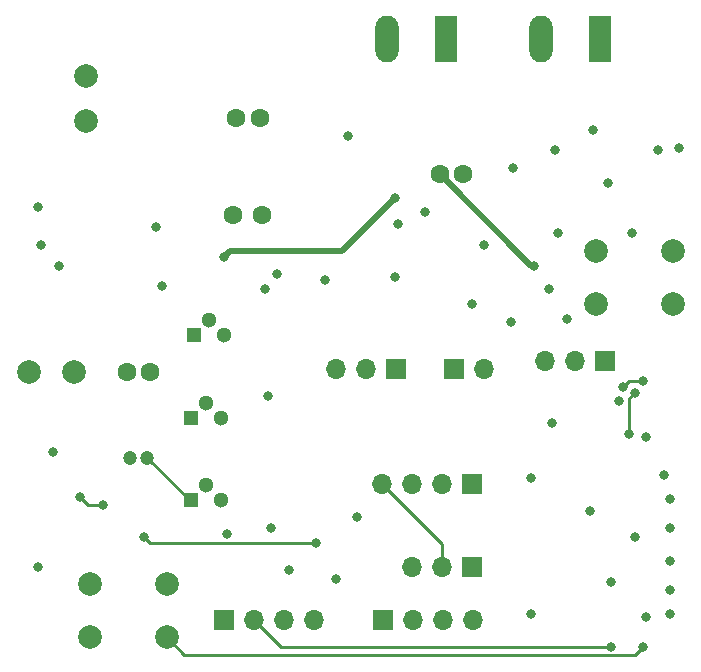
<source format=gbl>
%TF.GenerationSoftware,KiCad,Pcbnew,(6.0.9)*%
%TF.CreationDate,2023-05-01T22:34:01-06:00*%
%TF.ProjectId,WeatherStation,57656174-6865-4725-9374-6174696f6e2e,rev?*%
%TF.SameCoordinates,Original*%
%TF.FileFunction,Copper,L4,Bot*%
%TF.FilePolarity,Positive*%
%FSLAX46Y46*%
G04 Gerber Fmt 4.6, Leading zero omitted, Abs format (unit mm)*
G04 Created by KiCad (PCBNEW (6.0.9)) date 2023-05-01 22:34:01*
%MOMM*%
%LPD*%
G01*
G04 APERTURE LIST*
%TA.AperFunction,ComponentPad*%
%ADD10C,1.600000*%
%TD*%
%TA.AperFunction,ComponentPad*%
%ADD11R,1.300000X1.300000*%
%TD*%
%TA.AperFunction,ComponentPad*%
%ADD12C,1.300000*%
%TD*%
%TA.AperFunction,ComponentPad*%
%ADD13C,1.200000*%
%TD*%
%TA.AperFunction,ComponentPad*%
%ADD14R,1.700000X1.700000*%
%TD*%
%TA.AperFunction,ComponentPad*%
%ADD15O,1.700000X1.700000*%
%TD*%
%TA.AperFunction,ComponentPad*%
%ADD16C,2.000000*%
%TD*%
%TA.AperFunction,ComponentPad*%
%ADD17R,1.980000X3.960000*%
%TD*%
%TA.AperFunction,ComponentPad*%
%ADD18O,1.980000X3.960000*%
%TD*%
%TA.AperFunction,ViaPad*%
%ADD19C,0.800000*%
%TD*%
%TA.AperFunction,Conductor*%
%ADD20C,0.250000*%
%TD*%
%TA.AperFunction,Conductor*%
%ADD21C,0.500000*%
%TD*%
G04 APERTURE END LIST*
D10*
%TO.P,C14,1*%
%TO.N,Wind 12V*%
X151250000Y-100000000D03*
%TO.P,C14,2*%
%TO.N,GND*%
X153750000Y-100000000D03*
%TD*%
D11*
%TO.P,Q2,1,C*%
%TO.N,Main Gnd*%
X147730000Y-124110000D03*
D12*
%TO.P,Q2,2,B*%
%TO.N,Net-(Q2-Pad2)*%
X149000000Y-122840000D03*
%TO.P,Q2,3,E*%
%TO.N,GND*%
X150270000Y-124110000D03*
%TD*%
D11*
%TO.P,Q3,1,C*%
%TO.N,VDDraw*%
X147980000Y-110110000D03*
D12*
%TO.P,Q3,2,B*%
%TO.N,Net-(Q3-Pad2)*%
X149250000Y-108840000D03*
%TO.P,Q3,3,E*%
%TO.N,Wind Pow*%
X150520000Y-110110000D03*
%TD*%
D13*
%TO.P,C15,1*%
%TO.N,Main 5V*%
X142500000Y-120500000D03*
%TO.P,C15,2*%
%TO.N,Main Gnd*%
X144000000Y-120500000D03*
%TD*%
D14*
%TO.P,Air1,1,Pin_1*%
%TO.N,PPM RX*%
X171500000Y-129750000D03*
D15*
%TO.P,Air1,2,Pin_2*%
%TO.N,Main 5V*%
X168960000Y-129750000D03*
%TO.P,Air1,3,Pin_3*%
%TO.N,Main Gnd*%
X166420000Y-129750000D03*
%TD*%
D16*
%TO.P,L1,1,1*%
%TO.N,Net-(L1-Pad1)*%
X138799250Y-88200000D03*
%TO.P,L1,2,2*%
%TO.N,Net-(D6-Pad2)*%
X138799250Y-92010000D03*
%TD*%
D14*
%TO.P,UV1,1,Pin_1*%
%TO.N,UV*%
X182775000Y-112350000D03*
D15*
%TO.P,UV1,2,Pin_2*%
%TO.N,GND*%
X180235000Y-112350000D03*
%TO.P,UV1,3,Pin_3*%
%TO.N,UV Power*%
X177695000Y-112350000D03*
%TD*%
D16*
%TO.P,Program1,1,A*%
%TO.N,Net-(C11-Pad1)*%
X188500000Y-107500000D03*
X182000000Y-107500000D03*
%TO.P,Program1,2,B*%
%TO.N,GND*%
X182000000Y-103000000D03*
X188500000Y-103000000D03*
%TD*%
%TO.P,L2,1,1*%
%TO.N,Net-(L2-Pad1)*%
X137750000Y-113250000D03*
%TO.P,L2,2,2*%
%TO.N,Net-(D7-Pad2)*%
X133940000Y-113250000D03*
%TD*%
D10*
%TO.P,C13,1*%
%TO.N,Wind Pow*%
X151500000Y-91750000D03*
%TO.P,C13,2*%
%TO.N,GND*%
X153500000Y-91750000D03*
%TD*%
%TO.P,C18,1*%
%TO.N,VDDraw*%
X142250000Y-113250000D03*
%TO.P,C18,2*%
%TO.N,Main Gnd*%
X144250000Y-113250000D03*
%TD*%
D11*
%TO.P,Q1,1,E*%
%TO.N,GND*%
X147730000Y-117110000D03*
D12*
%TO.P,Q1,2,C*%
%TO.N,Net-(Q1-Pad2)*%
X149000000Y-115840000D03*
%TO.P,Q1,3,B*%
%TO.N,Net-(Q1-Pad3)*%
X150270000Y-117110000D03*
%TD*%
D17*
%TO.P,SolarIn1,1,Pin_1*%
%TO.N,GND*%
X182365000Y-85050000D03*
D18*
%TO.P,SolarIn1,2,Pin_2*%
%TO.N,Net-(C4-Pad2)*%
X177365000Y-85050000D03*
%TD*%
D17*
%TO.P,Bat1,1,Pin_1*%
%TO.N,GND*%
X169300000Y-85050000D03*
D18*
%TO.P,Bat1,2,Pin_2*%
%TO.N,Vbat*%
X164300000Y-85050000D03*
%TD*%
D14*
%TO.P,Ultra1,1,Pin_1*%
%TO.N,Trig*%
X171500000Y-122750000D03*
D15*
%TO.P,Ultra1,2,Pin_2*%
%TO.N,Echo High*%
X168960000Y-122750000D03*
%TO.P,Ultra1,3,Pin_3*%
%TO.N,Main Gnd*%
X166420000Y-122750000D03*
%TO.P,Ultra1,4,Pin_4*%
%TO.N,Main 5V*%
X163880000Y-122750000D03*
%TD*%
D14*
%TO.P,Wind_Sen1,1,Pin_1*%
%TO.N,Wind*%
X165025000Y-113000000D03*
D15*
%TO.P,Wind_Sen1,2,Pin_2*%
%TO.N,Wind 12V*%
X162485000Y-113000000D03*
%TO.P,Wind_Sen1,3,Pin_3*%
%TO.N,GND*%
X159945000Y-113000000D03*
%TD*%
D16*
%TO.P,Rst1,1,A*%
%TO.N,Net-(C1-Pad2)*%
X139130000Y-135690000D03*
X145630000Y-135690000D03*
%TO.P,Rst1,2,B*%
%TO.N,GND*%
X139130000Y-131190000D03*
X145630000Y-131190000D03*
%TD*%
D14*
%TO.P,JTAG1,1,Pin_1*%
%TO.N,/TMS*%
X163950000Y-134250000D03*
D15*
%TO.P,JTAG1,2,Pin_2*%
%TO.N,/TDI*%
X166490000Y-134250000D03*
%TO.P,JTAG1,3,Pin_3*%
%TO.N,/TDO*%
X169030000Y-134250000D03*
%TO.P,JTAG1,4,Pin_4*%
%TO.N,/TCK*%
X171570000Y-134250000D03*
%TD*%
D14*
%TO.P,UART1,1,Pin_1*%
%TO.N,GND*%
X150500000Y-134250000D03*
D15*
%TO.P,UART1,2,Pin_2*%
%TO.N,/TX*%
X153040000Y-134250000D03*
%TO.P,UART1,3,Pin_3*%
%TO.N,/RX*%
X155580000Y-134250000D03*
%TO.P,UART1,4,Pin_4*%
%TO.N,VDD3.3*%
X158120000Y-134250000D03*
%TD*%
D14*
%TO.P,Rain1,1,Pin_1*%
%TO.N,Rain*%
X169975000Y-113000000D03*
D15*
%TO.P,Rain1,2,Pin_2*%
%TO.N,GND*%
X172515000Y-113000000D03*
%TD*%
D10*
%TO.P,C9,1*%
%TO.N,VDDraw*%
X168750000Y-96500000D03*
%TO.P,C9,2*%
%TO.N,GND*%
X170750000Y-96500000D03*
%TD*%
D19*
%TO.N,GND*%
X159000000Y-105500000D03*
X185250000Y-127250000D03*
X154250000Y-115250000D03*
X188250000Y-124000000D03*
X178500000Y-94500000D03*
X186250000Y-134000000D03*
X135000000Y-102500000D03*
X179500000Y-108750000D03*
X171500000Y-107500000D03*
X188250000Y-129250000D03*
X165250000Y-100750000D03*
X176500000Y-122250000D03*
X134750000Y-99250000D03*
X187750000Y-122000000D03*
X154000000Y-106250000D03*
X134750000Y-129742500D03*
X188250000Y-133750000D03*
X161000000Y-93250000D03*
X185000000Y-101500000D03*
X176500000Y-133750000D03*
X183000000Y-97250000D03*
X178750000Y-101500000D03*
X181500000Y-125000000D03*
X189000000Y-94250000D03*
X178289552Y-117539552D03*
X161750000Y-125500000D03*
X183250000Y-131000000D03*
X188250000Y-126500000D03*
X183941806Y-115691806D03*
X136500000Y-104250000D03*
X178000000Y-106250000D03*
X188250000Y-131750000D03*
%TO.N,Net-(C1-Pad2)*%
X186000000Y-136500000D03*
%TO.N,VDD3.3*%
X156000000Y-130000000D03*
X154500000Y-126500000D03*
X160000000Y-130750000D03*
X174750000Y-109000000D03*
X186250000Y-118750000D03*
%TO.N,Vbat*%
X187250000Y-94500000D03*
X165000000Y-105250000D03*
X167500000Y-99750000D03*
X181750000Y-92750000D03*
X172500000Y-102500000D03*
X175000000Y-96000000D03*
%TO.N,VDDraw*%
X150500000Y-103500000D03*
X164950000Y-98550000D03*
X176750000Y-104250000D03*
%TO.N,/TX*%
X183250000Y-136500000D03*
%TO.N,Battery*%
X185250000Y-115000000D03*
X184750000Y-118500000D03*
%TO.N,Main Gnd*%
X150750000Y-127000000D03*
%TO.N,BME Power*%
X185924500Y-114000000D03*
X184250000Y-114500000D03*
%TO.N,Wind Pow*%
X145250000Y-106000000D03*
%TO.N,Wind 12V*%
X155000000Y-105000000D03*
X144750000Y-101000000D03*
%TO.N,Main 5V*%
X136000000Y-120000000D03*
X158250000Y-127750000D03*
X143750000Y-127250000D03*
%TO.N,Net-(R35-Pad2)*%
X140250000Y-124500000D03*
X138337500Y-123837500D03*
%TD*%
D20*
%TO.N,Net-(C1-Pad2)*%
X186000000Y-136500000D02*
X185325000Y-137175000D01*
X147115000Y-137175000D02*
X145630000Y-135690000D01*
X185325000Y-137175000D02*
X147115000Y-137175000D01*
D21*
%TO.N,VDDraw*%
X176500000Y-104250000D02*
X176750000Y-104250000D01*
X164950000Y-98550000D02*
X160500000Y-103000000D01*
X168750000Y-96500000D02*
X176500000Y-104250000D01*
X151000000Y-103000000D02*
X150500000Y-103500000D01*
X160500000Y-103000000D02*
X151000000Y-103000000D01*
D20*
%TO.N,/TX*%
X155290000Y-136500000D02*
X153040000Y-134250000D01*
X183250000Y-136500000D02*
X155290000Y-136500000D01*
%TO.N,Battery*%
X184750000Y-115500000D02*
X185250000Y-115000000D01*
X184750000Y-118500000D02*
X184750000Y-115500000D01*
%TO.N,Main Gnd*%
X147610000Y-124110000D02*
X144000000Y-120500000D01*
X147730000Y-124110000D02*
X147610000Y-124110000D01*
%TO.N,BME Power*%
X184750000Y-114000000D02*
X184250000Y-114500000D01*
X185924500Y-114000000D02*
X184750000Y-114000000D01*
%TO.N,Main 5V*%
X144250000Y-127750000D02*
X143750000Y-127250000D01*
X168960000Y-129750000D02*
X168960000Y-127830000D01*
X168960000Y-127830000D02*
X163880000Y-122750000D01*
X158250000Y-127750000D02*
X144250000Y-127750000D01*
%TO.N,Net-(R35-Pad2)*%
X140250000Y-124500000D02*
X139000000Y-124500000D01*
X139000000Y-124500000D02*
X138337500Y-123837500D01*
%TD*%
M02*

</source>
